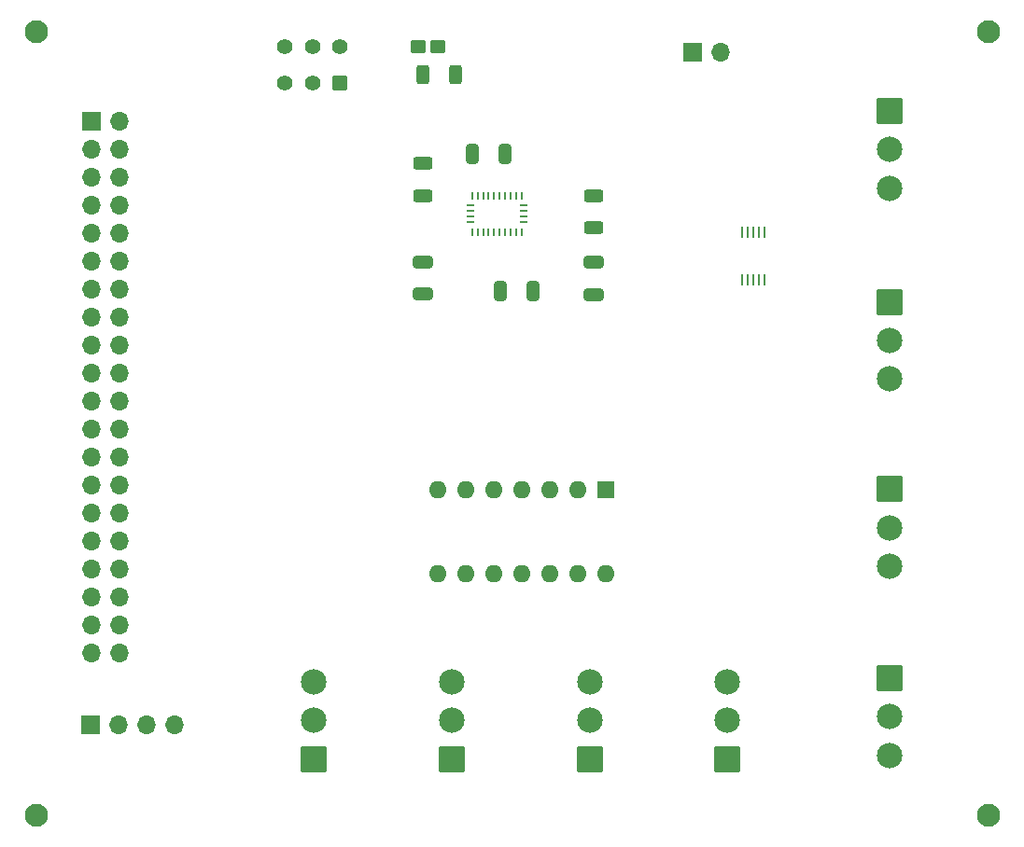
<source format=gts>
%TF.GenerationSoftware,KiCad,Pcbnew,8.0.5*%
%TF.CreationDate,2024-10-29T23:26:29-04:00*%
%TF.ProjectId,Jetson_Extension_Board,4a657473-6f6e-45f4-9578-74656e73696f,rev?*%
%TF.SameCoordinates,Original*%
%TF.FileFunction,Soldermask,Top*%
%TF.FilePolarity,Negative*%
%FSLAX46Y46*%
G04 Gerber Fmt 4.6, Leading zero omitted, Abs format (unit mm)*
G04 Created by KiCad (PCBNEW 8.0.5) date 2024-10-29 23:26:29*
%MOMM*%
%LPD*%
G01*
G04 APERTURE LIST*
G04 Aperture macros list*
%AMRoundRect*
0 Rectangle with rounded corners*
0 $1 Rounding radius*
0 $2 $3 $4 $5 $6 $7 $8 $9 X,Y pos of 4 corners*
0 Add a 4 corners polygon primitive as box body*
4,1,4,$2,$3,$4,$5,$6,$7,$8,$9,$2,$3,0*
0 Add four circle primitives for the rounded corners*
1,1,$1+$1,$2,$3*
1,1,$1+$1,$4,$5*
1,1,$1+$1,$6,$7*
1,1,$1+$1,$8,$9*
0 Add four rect primitives between the rounded corners*
20,1,$1+$1,$2,$3,$4,$5,0*
20,1,$1+$1,$4,$5,$6,$7,0*
20,1,$1+$1,$6,$7,$8,$9,0*
20,1,$1+$1,$8,$9,$2,$3,0*%
G04 Aperture macros list end*
%ADD10C,2.100000*%
%ADD11RoundRect,0.102000X1.050000X-1.050000X1.050000X1.050000X-1.050000X1.050000X-1.050000X-1.050000X0*%
%ADD12C,2.304000*%
%ADD13RoundRect,0.250000X0.625000X-0.312500X0.625000X0.312500X-0.625000X0.312500X-0.625000X-0.312500X0*%
%ADD14RoundRect,0.102000X-1.050000X1.050000X-1.050000X-1.050000X1.050000X-1.050000X1.050000X1.050000X0*%
%ADD15R,0.250000X1.100000*%
%ADD16R,1.700000X1.700000*%
%ADD17O,1.700000X1.700000*%
%ADD18RoundRect,0.250000X-0.325000X-0.650000X0.325000X-0.650000X0.325000X0.650000X-0.325000X0.650000X0*%
%ADD19RoundRect,0.250000X0.325000X0.650000X-0.325000X0.650000X-0.325000X-0.650000X0.325000X-0.650000X0*%
%ADD20RoundRect,0.102000X-0.550000X-0.500000X0.550000X-0.500000X0.550000X0.500000X-0.550000X0.500000X0*%
%ADD21RoundRect,0.250000X-0.650000X0.325000X-0.650000X-0.325000X0.650000X-0.325000X0.650000X0.325000X0*%
%ADD22RoundRect,0.250000X0.450000X0.450000X-0.450000X0.450000X-0.450000X-0.450000X0.450000X-0.450000X0*%
%ADD23C,1.400000*%
%ADD24R,1.600000X1.600000*%
%ADD25O,1.600000X1.600000*%
%ADD26RoundRect,0.250000X-0.312500X-0.625000X0.312500X-0.625000X0.312500X0.625000X-0.312500X0.625000X0*%
%ADD27R,0.254000X0.675000*%
%ADD28R,0.675000X0.254000*%
G04 APERTURE END LIST*
D10*
%TO.C,H4*%
X177800000Y-142240000D03*
%TD*%
D11*
%TO.C,J3*%
X141652500Y-137130000D03*
D12*
X141652500Y-133630000D03*
X141652500Y-130130000D03*
%TD*%
D13*
%TO.C,R2*%
X142000000Y-88925000D03*
X142000000Y-86000000D03*
%TD*%
D14*
%TO.C,J7*%
X168900000Y-129805000D03*
D12*
X168900000Y-133305000D03*
X168900000Y-136805000D03*
%TD*%
D11*
%TO.C,J4*%
X129152500Y-137130000D03*
D12*
X129152500Y-133630000D03*
X129152500Y-130130000D03*
%TD*%
D15*
%TO.C,U4*%
X155517500Y-93612500D03*
X156017500Y-93612500D03*
X156517500Y-93612500D03*
X157017500Y-93612500D03*
X157517500Y-93612500D03*
X157517500Y-89312500D03*
X157017500Y-89312500D03*
X156517500Y-89312500D03*
X156017500Y-89312500D03*
X155517500Y-89312500D03*
%TD*%
D16*
%TO.C,J6*%
X96460000Y-79280000D03*
D17*
X99000000Y-79280000D03*
X96460000Y-81820000D03*
X99000000Y-81820000D03*
X96460000Y-84360000D03*
X99000000Y-84360000D03*
X96460000Y-86900000D03*
X99000000Y-86900000D03*
X96460000Y-89440000D03*
X99000000Y-89440000D03*
X96460000Y-91980000D03*
X99000000Y-91980000D03*
X96460000Y-94520000D03*
X99000000Y-94520000D03*
X96460000Y-97060000D03*
X99000000Y-97060000D03*
X96460000Y-99600000D03*
X99000000Y-99600000D03*
X96460000Y-102140000D03*
X99000000Y-102140000D03*
X96460000Y-104680000D03*
X99000000Y-104680000D03*
X96460000Y-107220000D03*
X99000000Y-107220000D03*
X96460000Y-109760000D03*
X99000000Y-109760000D03*
X96460000Y-112300000D03*
X99000000Y-112300000D03*
X96460000Y-114840000D03*
X99000000Y-114840000D03*
X96460000Y-117380000D03*
X99000000Y-117380000D03*
X96460000Y-119920000D03*
X99000000Y-119920000D03*
X96460000Y-122460000D03*
X99000000Y-122460000D03*
X96460000Y-125000000D03*
X99000000Y-125000000D03*
X96460000Y-127540000D03*
X99000000Y-127540000D03*
%TD*%
D14*
%TO.C,J10*%
X168900000Y-78305000D03*
D12*
X168900000Y-81805000D03*
X168900000Y-85305000D03*
%TD*%
D16*
%TO.C,J11*%
X96420000Y-134000000D03*
D17*
X98960000Y-134000000D03*
X101500000Y-134000000D03*
X104040000Y-134000000D03*
%TD*%
D18*
%TO.C,C7*%
X133550000Y-94675000D03*
X136500000Y-94675000D03*
%TD*%
D14*
%TO.C,J8*%
X168900000Y-112642500D03*
D12*
X168900000Y-116142500D03*
X168900000Y-119642500D03*
%TD*%
D14*
%TO.C,J9*%
X168900000Y-95642500D03*
D12*
X168900000Y-99142500D03*
X168900000Y-102642500D03*
%TD*%
D10*
%TO.C,H2*%
X91440000Y-142240000D03*
%TD*%
D16*
%TO.C,J1*%
X150960000Y-73000000D03*
D17*
X153500000Y-73000000D03*
%TD*%
D10*
%TO.C,H3*%
X177800000Y-71120000D03*
%TD*%
D19*
%TO.C,C8*%
X134000000Y-82250500D03*
X131050000Y-82250500D03*
%TD*%
D20*
%TO.C,D1*%
X126150000Y-72500000D03*
X127850000Y-72500000D03*
%TD*%
D21*
%TO.C,C6*%
X142000000Y-92050000D03*
X142000000Y-95000000D03*
%TD*%
D22*
%TO.C,SW1*%
X119000000Y-75800000D03*
D23*
X116500000Y-75800000D03*
X114000000Y-75800000D03*
X114000000Y-72500000D03*
X116500000Y-72500000D03*
X119000000Y-72500000D03*
%TD*%
D21*
%TO.C,C1*%
X126500000Y-92000000D03*
X126500000Y-94950000D03*
%TD*%
D24*
%TO.C,U2*%
X143125000Y-112700000D03*
D25*
X140585000Y-112700000D03*
X138045000Y-112700000D03*
X135505000Y-112700000D03*
X132965000Y-112700000D03*
X130425000Y-112700000D03*
X127885000Y-112700000D03*
X127885000Y-120320000D03*
X130425000Y-120320000D03*
X132965000Y-120320000D03*
X135505000Y-120320000D03*
X138045000Y-120320000D03*
X140585000Y-120320000D03*
X143125000Y-120320000D03*
%TD*%
D11*
%TO.C,J2*%
X154152500Y-137130000D03*
D12*
X154152500Y-133630000D03*
X154152500Y-130130000D03*
%TD*%
D13*
%TO.C,R1*%
X126500000Y-86000000D03*
X126500000Y-83075000D03*
%TD*%
D10*
%TO.C,H1*%
X91440000Y-71120000D03*
%TD*%
D11*
%TO.C,J5*%
X116652500Y-137130000D03*
D12*
X116652500Y-133630000D03*
X116652500Y-130130000D03*
%TD*%
D26*
%TO.C,R3*%
X126537500Y-75000000D03*
X129462500Y-75000000D03*
%TD*%
D27*
%TO.C,U1*%
X135500000Y-89325000D03*
D28*
X135637500Y-88412500D03*
X135637500Y-87912500D03*
X135637500Y-87412500D03*
X135637500Y-86912500D03*
D27*
X135500000Y-86000000D03*
X135000000Y-86000000D03*
X134500000Y-86000000D03*
X134000000Y-86000000D03*
X133500000Y-86000000D03*
X133000000Y-86000000D03*
X132500000Y-86000000D03*
X132000000Y-86000000D03*
X131500000Y-86000000D03*
X131000000Y-86000000D03*
D28*
X130862500Y-86912500D03*
X130862500Y-87412500D03*
X130862500Y-87912500D03*
X130862500Y-88412500D03*
D27*
X131000000Y-89325000D03*
X131500000Y-89325000D03*
X132000000Y-89325000D03*
X132500000Y-89325000D03*
X133000000Y-89325000D03*
X133500000Y-89325000D03*
X134000000Y-89325000D03*
X134500000Y-89325000D03*
X135000000Y-89325000D03*
%TD*%
M02*

</source>
